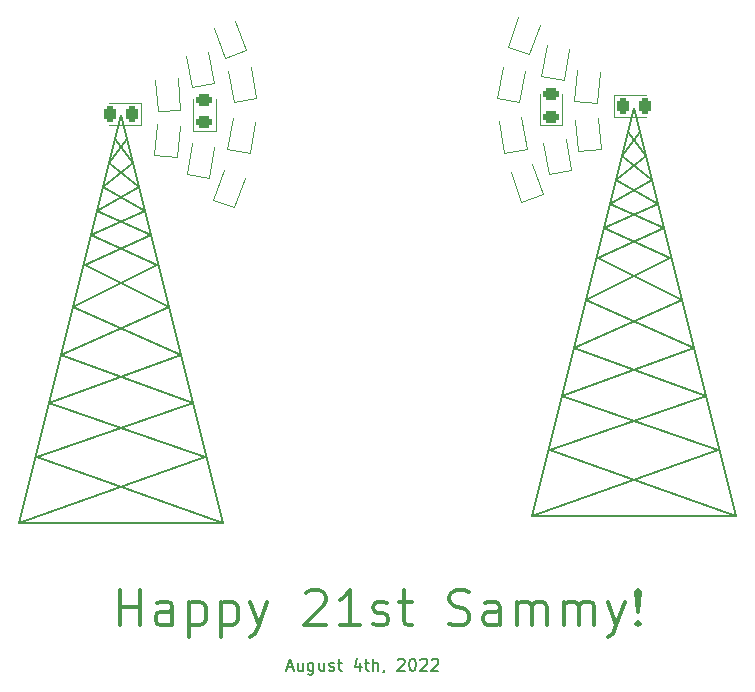
<source format=gto>
%TF.GenerationSoftware,KiCad,Pcbnew,(6.0.0-0)*%
%TF.CreationDate,2022-07-31T01:07:45-04:00*%
%TF.ProjectId,sam-bday-21,73616d2d-6264-4617-992d-32312e6b6963,v1*%
%TF.SameCoordinates,Original*%
%TF.FileFunction,Legend,Top*%
%TF.FilePolarity,Positive*%
%FSLAX46Y46*%
G04 Gerber Fmt 4.6, Leading zero omitted, Abs format (unit mm)*
G04 Created by KiCad (PCBNEW (6.0.0-0)) date 2022-07-31 01:07:45*
%MOMM*%
%LPD*%
G01*
G04 APERTURE LIST*
G04 Aperture macros list*
%AMRoundRect*
0 Rectangle with rounded corners*
0 $1 Rounding radius*
0 $2 $3 $4 $5 $6 $7 $8 $9 X,Y pos of 4 corners*
0 Add a 4 corners polygon primitive as box body*
4,1,4,$2,$3,$4,$5,$6,$7,$8,$9,$2,$3,0*
0 Add four circle primitives for the rounded corners*
1,1,$1+$1,$2,$3*
1,1,$1+$1,$4,$5*
1,1,$1+$1,$6,$7*
1,1,$1+$1,$8,$9*
0 Add four rect primitives between the rounded corners*
20,1,$1+$1,$2,$3,$4,$5,0*
20,1,$1+$1,$4,$5,$6,$7,0*
20,1,$1+$1,$6,$7,$8,$9,0*
20,1,$1+$1,$8,$9,$2,$3,0*%
G04 Aperture macros list end*
%ADD10C,0.150000*%
%ADD11C,0.300000*%
%ADD12C,0.120000*%
%ADD13RoundRect,0.243750X0.491645X-0.160820X0.406992X0.319274X-0.491645X0.160820X-0.406992X-0.319274X0*%
%ADD14RoundRect,0.243750X0.433270X-0.282587X0.475758X0.203058X-0.433270X0.282587X-0.475758X-0.203058X0*%
%ADD15RoundRect,0.243750X0.456250X-0.243750X0.456250X0.243750X-0.456250X0.243750X-0.456250X-0.243750X0*%
%ADD16RoundRect,0.243750X0.512102X-0.073003X0.345367X0.385097X-0.512102X0.073003X-0.345367X-0.385097X0*%
%ADD17RoundRect,0.243750X0.406992X-0.319274X0.491645X0.160820X-0.406992X0.319274X-0.491645X-0.160820X0*%
%ADD18RoundRect,0.243750X0.243750X0.456250X-0.243750X0.456250X-0.243750X-0.456250X0.243750X-0.456250X0*%
%ADD19RoundRect,0.243750X0.345367X-0.385097X0.512102X0.073003X-0.345367X0.385097X-0.512102X-0.073003X0*%
%ADD20RoundRect,0.243750X0.475758X-0.203058X0.433270X0.282587X-0.475758X0.203058X-0.433270X-0.282587X0*%
%ADD21C,2.000000*%
%ADD22R,2.000000X2.000000*%
%ADD23C,2.640000*%
%ADD24RoundRect,0.243750X-0.243750X-0.456250X0.243750X-0.456250X0.243750X0.456250X-0.243750X0.456250X0*%
G04 APERTURE END LIST*
D10*
X129612238Y-116346266D02*
X130088428Y-116346266D01*
X129517000Y-116631980D02*
X129850333Y-115631980D01*
X130183666Y-116631980D01*
X130945571Y-115965314D02*
X130945571Y-116631980D01*
X130517000Y-115965314D02*
X130517000Y-116489123D01*
X130564619Y-116584361D01*
X130659857Y-116631980D01*
X130802714Y-116631980D01*
X130897952Y-116584361D01*
X130945571Y-116536742D01*
X131850333Y-115965314D02*
X131850333Y-116774838D01*
X131802714Y-116870076D01*
X131755095Y-116917695D01*
X131659857Y-116965314D01*
X131517000Y-116965314D01*
X131421761Y-116917695D01*
X131850333Y-116584361D02*
X131755095Y-116631980D01*
X131564619Y-116631980D01*
X131469380Y-116584361D01*
X131421761Y-116536742D01*
X131374142Y-116441504D01*
X131374142Y-116155790D01*
X131421761Y-116060552D01*
X131469380Y-116012933D01*
X131564619Y-115965314D01*
X131755095Y-115965314D01*
X131850333Y-116012933D01*
X132755095Y-115965314D02*
X132755095Y-116631980D01*
X132326523Y-115965314D02*
X132326523Y-116489123D01*
X132374142Y-116584361D01*
X132469380Y-116631980D01*
X132612238Y-116631980D01*
X132707476Y-116584361D01*
X132755095Y-116536742D01*
X133183666Y-116584361D02*
X133278904Y-116631980D01*
X133469380Y-116631980D01*
X133564619Y-116584361D01*
X133612238Y-116489123D01*
X133612238Y-116441504D01*
X133564619Y-116346266D01*
X133469380Y-116298647D01*
X133326523Y-116298647D01*
X133231285Y-116251028D01*
X133183666Y-116155790D01*
X133183666Y-116108171D01*
X133231285Y-116012933D01*
X133326523Y-115965314D01*
X133469380Y-115965314D01*
X133564619Y-116012933D01*
X133897952Y-115965314D02*
X134278904Y-115965314D01*
X134040809Y-115631980D02*
X134040809Y-116489123D01*
X134088428Y-116584361D01*
X134183666Y-116631980D01*
X134278904Y-116631980D01*
X135802714Y-115965314D02*
X135802714Y-116631980D01*
X135564619Y-115584361D02*
X135326523Y-116298647D01*
X135945571Y-116298647D01*
X136183666Y-115965314D02*
X136564619Y-115965314D01*
X136326523Y-115631980D02*
X136326523Y-116489123D01*
X136374142Y-116584361D01*
X136469380Y-116631980D01*
X136564619Y-116631980D01*
X136897952Y-116631980D02*
X136897952Y-115631980D01*
X137326523Y-116631980D02*
X137326523Y-116108171D01*
X137278904Y-116012933D01*
X137183666Y-115965314D01*
X137040809Y-115965314D01*
X136945571Y-116012933D01*
X136897952Y-116060552D01*
X137850333Y-116584361D02*
X137850333Y-116631980D01*
X137802714Y-116727219D01*
X137755095Y-116774838D01*
X138993190Y-115727219D02*
X139040809Y-115679600D01*
X139136047Y-115631980D01*
X139374142Y-115631980D01*
X139469380Y-115679600D01*
X139517000Y-115727219D01*
X139564619Y-115822457D01*
X139564619Y-115917695D01*
X139517000Y-116060552D01*
X138945571Y-116631980D01*
X139564619Y-116631980D01*
X140183666Y-115631980D02*
X140278904Y-115631980D01*
X140374142Y-115679600D01*
X140421761Y-115727219D01*
X140469380Y-115822457D01*
X140517000Y-116012933D01*
X140517000Y-116251028D01*
X140469380Y-116441504D01*
X140421761Y-116536742D01*
X140374142Y-116584361D01*
X140278904Y-116631980D01*
X140183666Y-116631980D01*
X140088428Y-116584361D01*
X140040809Y-116536742D01*
X139993190Y-116441504D01*
X139945571Y-116251028D01*
X139945571Y-116012933D01*
X139993190Y-115822457D01*
X140040809Y-115727219D01*
X140088428Y-115679600D01*
X140183666Y-115631980D01*
X140897952Y-115727219D02*
X140945571Y-115679600D01*
X141040809Y-115631980D01*
X141278904Y-115631980D01*
X141374142Y-115679600D01*
X141421761Y-115727219D01*
X141469380Y-115822457D01*
X141469380Y-115917695D01*
X141421761Y-116060552D01*
X140850333Y-116631980D01*
X141469380Y-116631980D01*
X141850333Y-115727219D02*
X141897952Y-115679600D01*
X141993190Y-115631980D01*
X142231285Y-115631980D01*
X142326523Y-115679600D01*
X142374142Y-115727219D01*
X142421761Y-115822457D01*
X142421761Y-115917695D01*
X142374142Y-116060552D01*
X141802714Y-116631980D01*
X142421761Y-116631980D01*
D11*
X115485428Y-112786942D02*
X115485428Y-109786942D01*
X115485428Y-111215514D02*
X117199714Y-111215514D01*
X117199714Y-112786942D02*
X117199714Y-109786942D01*
X119914000Y-112786942D02*
X119914000Y-111215514D01*
X119771142Y-110929800D01*
X119485428Y-110786942D01*
X118914000Y-110786942D01*
X118628285Y-110929800D01*
X119914000Y-112644085D02*
X119628285Y-112786942D01*
X118914000Y-112786942D01*
X118628285Y-112644085D01*
X118485428Y-112358371D01*
X118485428Y-112072657D01*
X118628285Y-111786942D01*
X118914000Y-111644085D01*
X119628285Y-111644085D01*
X119914000Y-111501228D01*
X121342571Y-110786942D02*
X121342571Y-113786942D01*
X121342571Y-110929800D02*
X121628285Y-110786942D01*
X122199714Y-110786942D01*
X122485428Y-110929800D01*
X122628285Y-111072657D01*
X122771142Y-111358371D01*
X122771142Y-112215514D01*
X122628285Y-112501228D01*
X122485428Y-112644085D01*
X122199714Y-112786942D01*
X121628285Y-112786942D01*
X121342571Y-112644085D01*
X124056857Y-110786942D02*
X124056857Y-113786942D01*
X124056857Y-110929800D02*
X124342571Y-110786942D01*
X124914000Y-110786942D01*
X125199714Y-110929800D01*
X125342571Y-111072657D01*
X125485428Y-111358371D01*
X125485428Y-112215514D01*
X125342571Y-112501228D01*
X125199714Y-112644085D01*
X124914000Y-112786942D01*
X124342571Y-112786942D01*
X124056857Y-112644085D01*
X126485428Y-110786942D02*
X127199714Y-112786942D01*
X127914000Y-110786942D02*
X127199714Y-112786942D01*
X126914000Y-113501228D01*
X126771142Y-113644085D01*
X126485428Y-113786942D01*
X131199714Y-110072657D02*
X131342571Y-109929800D01*
X131628285Y-109786942D01*
X132342571Y-109786942D01*
X132628285Y-109929800D01*
X132771142Y-110072657D01*
X132914000Y-110358371D01*
X132914000Y-110644085D01*
X132771142Y-111072657D01*
X131056857Y-112786942D01*
X132914000Y-112786942D01*
X135771142Y-112786942D02*
X134056857Y-112786942D01*
X134914000Y-112786942D02*
X134914000Y-109786942D01*
X134628285Y-110215514D01*
X134342571Y-110501228D01*
X134056857Y-110644085D01*
X136914000Y-112644085D02*
X137199714Y-112786942D01*
X137771142Y-112786942D01*
X138056857Y-112644085D01*
X138199714Y-112358371D01*
X138199714Y-112215514D01*
X138056857Y-111929800D01*
X137771142Y-111786942D01*
X137342571Y-111786942D01*
X137056857Y-111644085D01*
X136914000Y-111358371D01*
X136914000Y-111215514D01*
X137056857Y-110929800D01*
X137342571Y-110786942D01*
X137771142Y-110786942D01*
X138056857Y-110929800D01*
X139056857Y-110786942D02*
X140199714Y-110786942D01*
X139485428Y-109786942D02*
X139485428Y-112358371D01*
X139628285Y-112644085D01*
X139914000Y-112786942D01*
X140199714Y-112786942D01*
X143342571Y-112644085D02*
X143771142Y-112786942D01*
X144485428Y-112786942D01*
X144771142Y-112644085D01*
X144914000Y-112501228D01*
X145056857Y-112215514D01*
X145056857Y-111929800D01*
X144914000Y-111644085D01*
X144771142Y-111501228D01*
X144485428Y-111358371D01*
X143914000Y-111215514D01*
X143628285Y-111072657D01*
X143485428Y-110929800D01*
X143342571Y-110644085D01*
X143342571Y-110358371D01*
X143485428Y-110072657D01*
X143628285Y-109929800D01*
X143914000Y-109786942D01*
X144628285Y-109786942D01*
X145056857Y-109929800D01*
X147628285Y-112786942D02*
X147628285Y-111215514D01*
X147485428Y-110929800D01*
X147199714Y-110786942D01*
X146628285Y-110786942D01*
X146342571Y-110929800D01*
X147628285Y-112644085D02*
X147342571Y-112786942D01*
X146628285Y-112786942D01*
X146342571Y-112644085D01*
X146199714Y-112358371D01*
X146199714Y-112072657D01*
X146342571Y-111786942D01*
X146628285Y-111644085D01*
X147342571Y-111644085D01*
X147628285Y-111501228D01*
X149056857Y-112786942D02*
X149056857Y-110786942D01*
X149056857Y-111072657D02*
X149199714Y-110929800D01*
X149485428Y-110786942D01*
X149914000Y-110786942D01*
X150199714Y-110929800D01*
X150342571Y-111215514D01*
X150342571Y-112786942D01*
X150342571Y-111215514D02*
X150485428Y-110929800D01*
X150771142Y-110786942D01*
X151199714Y-110786942D01*
X151485428Y-110929800D01*
X151628285Y-111215514D01*
X151628285Y-112786942D01*
X153056857Y-112786942D02*
X153056857Y-110786942D01*
X153056857Y-111072657D02*
X153199714Y-110929800D01*
X153485428Y-110786942D01*
X153914000Y-110786942D01*
X154199714Y-110929800D01*
X154342571Y-111215514D01*
X154342571Y-112786942D01*
X154342571Y-111215514D02*
X154485428Y-110929800D01*
X154771142Y-110786942D01*
X155199714Y-110786942D01*
X155485428Y-110929800D01*
X155628285Y-111215514D01*
X155628285Y-112786942D01*
X156771142Y-110786942D02*
X157485428Y-112786942D01*
X158199714Y-110786942D02*
X157485428Y-112786942D01*
X157199714Y-113501228D01*
X157056857Y-113644085D01*
X156771142Y-113786942D01*
X159342571Y-112501228D02*
X159485428Y-112644085D01*
X159342571Y-112786942D01*
X159199714Y-112644085D01*
X159342571Y-112501228D01*
X159342571Y-112786942D01*
X159342571Y-111644085D02*
X159199714Y-109929800D01*
X159342571Y-109786942D01*
X159485428Y-109929800D01*
X159342571Y-111644085D01*
X159342571Y-109786942D01*
D10*
X121640600Y-93954600D02*
X110464600Y-89890600D01*
X115544600Y-69545200D02*
X106908600Y-104114600D01*
X124180600Y-104114600D02*
X108432600Y-98526600D01*
X106908600Y-104114600D02*
X124180600Y-104114600D01*
X119608600Y-85826600D02*
X112496600Y-82270600D01*
X110464600Y-89890600D02*
X119608600Y-85826600D01*
X108432600Y-98526600D02*
X121640600Y-93954600D01*
X118084600Y-79730600D02*
X113512600Y-77698600D01*
X114020600Y-75666600D02*
X117576600Y-77698600D01*
X122656600Y-98526600D02*
X106908600Y-104114600D01*
X117576600Y-77698600D02*
X113004600Y-79730600D01*
X124206000Y-104114600D02*
X115544600Y-69545200D01*
X120624600Y-89890600D02*
X109448600Y-93954600D01*
X114528600Y-73634600D02*
X116052600Y-71602600D01*
X113512600Y-77698600D02*
X117068600Y-75666600D01*
X117068600Y-75666600D02*
X114528600Y-73634600D01*
X113004600Y-79730600D02*
X118592600Y-82270600D01*
X112496600Y-82270600D02*
X118084600Y-79730600D01*
X118592600Y-82270600D02*
X111480600Y-85826600D01*
X114020600Y-75666600D02*
X116560600Y-73634600D01*
X111480600Y-85826600D02*
X120624600Y-89890600D01*
X115036600Y-71602600D02*
X116560600Y-73634600D01*
X109448600Y-93954600D02*
X122656600Y-98526600D01*
X158978600Y-68986400D02*
X150342600Y-103555800D01*
X167640000Y-103555800D02*
X158978600Y-68986400D01*
X150342600Y-103555800D02*
X167614600Y-103555800D01*
X157962600Y-73075800D02*
X159486600Y-71043800D01*
X158470600Y-71043800D02*
X159994600Y-73075800D01*
X157454600Y-75107800D02*
X159994600Y-73075800D01*
X160502600Y-75107800D02*
X157962600Y-73075800D01*
X156946600Y-77139800D02*
X160502600Y-75107800D01*
X161518600Y-79171800D02*
X156946600Y-77139800D01*
X155930600Y-81711800D02*
X161518600Y-79171800D01*
X163042600Y-85267800D02*
X155930600Y-81711800D01*
X153898600Y-89331800D02*
X163042600Y-85267800D01*
X165074600Y-93395800D02*
X153898600Y-89331800D01*
X151866600Y-97967800D02*
X165074600Y-93395800D01*
X167614600Y-103555800D02*
X151866600Y-97967800D01*
X166090600Y-97967800D02*
X150342600Y-103555800D01*
X152882600Y-93395800D02*
X166090600Y-97967800D01*
X164058600Y-89331800D02*
X152882600Y-93395800D01*
X154914600Y-85267800D02*
X164058600Y-89331800D01*
X162026600Y-81711800D02*
X154914600Y-85267800D01*
X156438600Y-79171800D02*
X162026600Y-81711800D01*
X161010600Y-77139800D02*
X156438600Y-79171800D01*
X157454600Y-75107800D02*
X161010600Y-77139800D01*
D12*
%TO.C,D7*%
X121535687Y-67209546D02*
X123426518Y-66876142D01*
X121069441Y-64565337D02*
X121535687Y-67209546D01*
X123426518Y-66876142D02*
X122960272Y-64231933D01*
%TO.C,D6*%
X154174709Y-65747536D02*
X153940696Y-68422319D01*
X153940696Y-68422319D02*
X155853389Y-68589658D01*
X155853389Y-68589658D02*
X156087403Y-65914875D01*
%TO.C,D10*%
X150994656Y-67775162D02*
X150994656Y-70460162D01*
X150994656Y-70460162D02*
X152914656Y-70460162D01*
X152914656Y-70460162D02*
X152914656Y-67775162D01*
%TO.C,D12*%
X153660264Y-74241418D02*
X153194018Y-71597209D01*
X151769433Y-74574822D02*
X153660264Y-74241418D01*
X151303187Y-71930613D02*
X151769433Y-74574822D01*
%TO.C,D14*%
X148541975Y-74404171D02*
X149460299Y-76927245D01*
X151264509Y-76270567D02*
X150346185Y-73747492D01*
X149460299Y-76927245D02*
X151264509Y-76270567D01*
%TO.C,D18*%
X147870494Y-65524309D02*
X147404248Y-68168518D01*
X149295079Y-68501922D02*
X149761325Y-65857713D01*
X147404248Y-68168518D02*
X149295079Y-68501922D01*
%TO.C,D17*%
X124555487Y-72472999D02*
X126446318Y-72806403D01*
X125021733Y-69828790D02*
X124555487Y-72472999D01*
X126446318Y-72806403D02*
X126912564Y-70162194D01*
%TO.C,D8*%
X153024269Y-66657708D02*
X153490515Y-64013499D01*
X151133438Y-66324304D02*
X153024269Y-66657708D01*
X151599684Y-63680095D02*
X151133438Y-66324304D01*
%TO.C,D9*%
X121645300Y-68255400D02*
X121645300Y-70940400D01*
X123565300Y-70940400D02*
X123565300Y-68255400D01*
X121645300Y-70940400D02*
X123565300Y-70940400D01*
%TO.C,D13*%
X124324699Y-64764021D02*
X126128909Y-64107343D01*
X126128909Y-64107343D02*
X125210585Y-61584268D01*
X123406375Y-62240947D02*
X124324699Y-64764021D01*
%TO.C,D5*%
X118611909Y-70306836D02*
X118377896Y-72981619D01*
X120290589Y-73148958D02*
X120524603Y-70474175D01*
X118377896Y-72981619D02*
X120290589Y-73148958D01*
%TO.C,D1*%
X117244600Y-68534900D02*
X114559600Y-68534900D01*
X114559600Y-70454900D02*
X117244600Y-70454900D01*
X117244600Y-70454900D02*
X117244600Y-68534900D01*
%TO.C,D19*%
X124239171Y-74233468D02*
X123320847Y-76756543D01*
X123320847Y-76756543D02*
X125125057Y-77413221D01*
X125125057Y-77413221D02*
X126043381Y-74890147D01*
%TO.C,D15*%
X127006113Y-68129599D02*
X126539867Y-65485390D01*
X125115282Y-68463003D02*
X127006113Y-68129599D01*
X124649036Y-65818794D02*
X125115282Y-68463003D01*
%TO.C,D4*%
X154031306Y-69973008D02*
X154265320Y-72647791D01*
X154265320Y-72647791D02*
X156178013Y-72480452D01*
X156178013Y-72480452D02*
X155944000Y-69805669D01*
%TO.C,D11*%
X122993723Y-74923460D02*
X123459969Y-72279251D01*
X121102892Y-74590056D02*
X122993723Y-74923460D01*
X121569138Y-71945847D02*
X121102892Y-74590056D01*
%TO.C,D3*%
X120584304Y-69118519D02*
X120350291Y-66443736D01*
X118671611Y-69285858D02*
X120584304Y-69118519D01*
X118437597Y-66611075D02*
X118671611Y-69285858D01*
%TO.C,D2*%
X157319000Y-69768600D02*
X160004000Y-69768600D01*
X157319000Y-67848600D02*
X157319000Y-69768600D01*
X160004000Y-67848600D02*
X157319000Y-67848600D01*
%TO.C,D16*%
X149901064Y-72435718D02*
X149434818Y-69791509D01*
X147543987Y-70124913D02*
X148010233Y-72769122D01*
X148010233Y-72769122D02*
X149901064Y-72435718D01*
%TO.C,D20*%
X148282291Y-63789843D02*
X150086501Y-64446521D01*
X149200615Y-61266768D02*
X148282291Y-63789843D01*
X150086501Y-64446521D02*
X151004825Y-61923447D01*
%TD*%
%LPC*%
D13*
%TO.C,D7*%
X122025710Y-64460186D03*
X122351300Y-66306700D03*
%TD*%
D14*
%TO.C,D6*%
X155125609Y-65893467D03*
X154962191Y-67761333D03*
%TD*%
D15*
%TO.C,D10*%
X151954656Y-67837662D03*
X151954656Y-69712662D03*
%TD*%
D13*
%TO.C,D12*%
X152585046Y-73671976D03*
X152259456Y-71825462D03*
%TD*%
D16*
%TO.C,D14*%
X150106744Y-75896486D03*
X149465456Y-74134562D03*
%TD*%
D17*
%TO.C,D18*%
X148479466Y-67599076D03*
X148805056Y-65752562D03*
%TD*%
%TO.C,D17*%
X125956295Y-70057043D03*
X125630705Y-71903557D03*
%TD*%
%TO.C,D8*%
X152534246Y-63908348D03*
X152208656Y-65754862D03*
%TD*%
D15*
%TO.C,D9*%
X122605300Y-68317900D03*
X122605300Y-70192900D03*
%TD*%
D16*
%TO.C,D13*%
X124329856Y-61971338D03*
X124971144Y-63733262D03*
%TD*%
D14*
%TO.C,D5*%
X119562809Y-70452767D03*
X119399391Y-72320633D03*
%TD*%
D18*
%TO.C,D1*%
X114622100Y-69494900D03*
X116497100Y-69494900D03*
%TD*%
D19*
%TO.C,D19*%
X124478612Y-76382462D03*
X125119900Y-74620538D03*
%TD*%
D13*
%TO.C,D15*%
X125605305Y-65713643D03*
X125930895Y-67560157D03*
%TD*%
D20*
%TO.C,D4*%
X154993100Y-69951600D03*
X155156518Y-71819466D03*
%TD*%
D21*
%TO.C,BT1*%
X110646200Y-112064800D03*
D22*
X162636200Y-112064800D03*
D23*
X159886200Y-106069800D03*
X113406200Y-118059800D03*
%TD*%
D17*
%TO.C,D11*%
X122503700Y-72174100D03*
X122178110Y-74020614D03*
%TD*%
D20*
%TO.C,D3*%
X119399391Y-66589667D03*
X119562809Y-68457533D03*
%TD*%
D24*
%TO.C,D2*%
X159941500Y-68808600D03*
X158066500Y-68808600D03*
%TD*%
D13*
%TO.C,D16*%
X148500256Y-70019762D03*
X148825846Y-71866276D03*
%TD*%
D19*
%TO.C,D20*%
X149440056Y-63415762D03*
X150081344Y-61653838D03*
%TD*%
M02*

</source>
